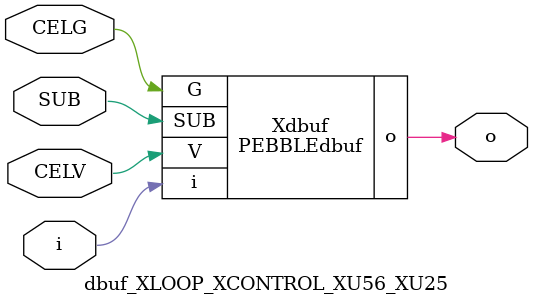
<source format=v>



module PEBBLEdbuf ( o, G, SUB, V, i );

  input V;
  input i;
  input G;
  output o;
  input SUB;
endmodule

//Celera Confidential Do Not Copy dbuf_XLOOP_XCONTROL_XU56_XU25
//Celera Confidential Symbol Generator
//Digital Buffer
module dbuf_XLOOP_XCONTROL_XU56_XU25 (CELV,CELG,i,o,SUB);
input CELV;
input CELG;
input i;
input SUB;
output o;

//Celera Confidential Do Not Copy dbuf
PEBBLEdbuf Xdbuf(
.V (CELV),
.i (i),
.o (o),
.SUB (SUB),
.G (CELG)
);
//,diesize,PEBBLEdbuf

//Celera Confidential Do Not Copy Module End
//Celera Schematic Generator
endmodule

</source>
